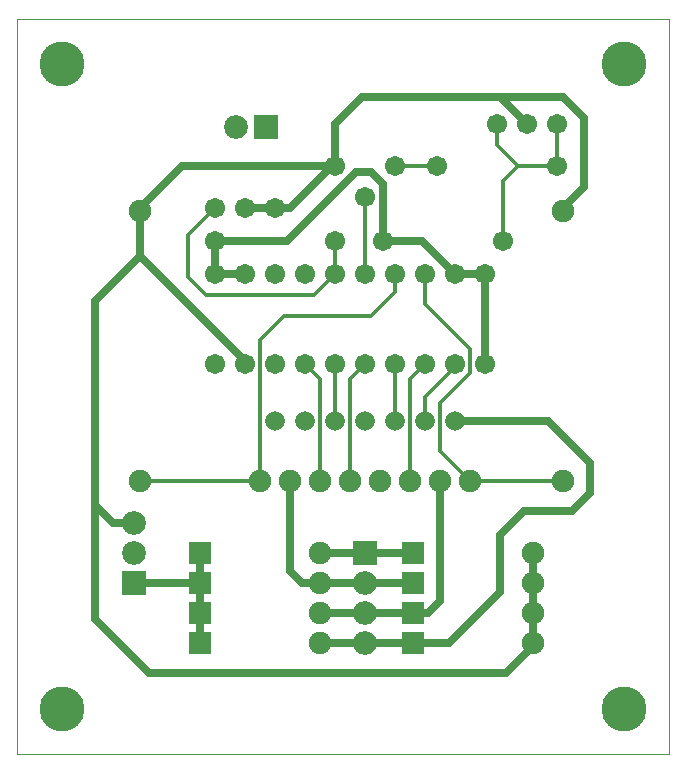
<source format=gbl>
G04 #@! TF.FileFunction,Copper,L2,Bot,Signal*
%FSLAX46Y46*%
G04 Gerber Fmt 4.6, Leading zero omitted, Abs format (unit mm)*
G04 Created by KiCad (PCBNEW 4.0.1-stable) date 11/23/16 13:41:23*
%MOMM*%
G01*
G04 APERTURE LIST*
%ADD10C,0.100000*%
%ADD11C,1.716000*%
%ADD12R,1.916000X1.916000*%
%ADD13C,1.916000*%
%ADD14R,2.016000X2.016000*%
%ADD15C,2.016000*%
%ADD16C,1.662000*%
%ADD17C,3.800000*%
%ADD18C,0.304800*%
%ADD19C,0.635000*%
G04 APERTURE END LIST*
D10*
X96520000Y-57150000D02*
X96520000Y-56515000D01*
X96520000Y-56515000D02*
X96520000Y-57150000D01*
X96520000Y-55880000D02*
X96520000Y-56515000D01*
X151765000Y-55880000D02*
X96520000Y-55880000D01*
X151765000Y-118110000D02*
X151765000Y-55880000D01*
X96520000Y-118110000D02*
X151765000Y-118110000D01*
X96520000Y-56515000D02*
X96520000Y-118110000D01*
D11*
X113284000Y-71882000D03*
X115824000Y-71882000D03*
X118364000Y-71882000D03*
D12*
X112014520Y-101089460D03*
D13*
X122174000Y-101092000D03*
D12*
X112014520Y-103629460D03*
D13*
X122174000Y-103632000D03*
D12*
X112014520Y-106169460D03*
D13*
X122174000Y-106172000D03*
D12*
X112014520Y-108709460D03*
D13*
X122174000Y-108712000D03*
D12*
X130048520Y-101089460D03*
D13*
X140208000Y-101092000D03*
D12*
X130048520Y-103629460D03*
D13*
X140208000Y-103632000D03*
D12*
X130048520Y-106169460D03*
D13*
X140208000Y-106172000D03*
D12*
X130048520Y-108709460D03*
D13*
X140208000Y-108712000D03*
D14*
X106426000Y-103632000D03*
D15*
X106426000Y-101092000D03*
X106426000Y-98552000D03*
D14*
X117602000Y-65024000D03*
D15*
X115062000Y-65024000D03*
D14*
X125984000Y-101092000D03*
D15*
X125984000Y-103632000D03*
X125984000Y-106172000D03*
X125984000Y-108712000D03*
D11*
X128524000Y-68326000D03*
X125984000Y-70993000D03*
X123444000Y-68326000D03*
X127508000Y-74676000D03*
X137668000Y-74676000D03*
X142240000Y-68326000D03*
X132080000Y-68326000D03*
X113284000Y-74676000D03*
X123444000Y-74676000D03*
D13*
X106934000Y-94996000D03*
X106934000Y-72136000D03*
X142748000Y-94996000D03*
X142748000Y-72136000D03*
D11*
X113284000Y-85090000D03*
X115824000Y-85090000D03*
X118364000Y-85090000D03*
X120904000Y-85090000D03*
X123444000Y-85090000D03*
X125984000Y-85090000D03*
X128524000Y-85090000D03*
X131064000Y-85090000D03*
X133604000Y-85090000D03*
X136144000Y-85090000D03*
X136144000Y-77470000D03*
X133604000Y-77470000D03*
X131064000Y-77470000D03*
X128524000Y-77470000D03*
X125984000Y-77470000D03*
X123444000Y-77470000D03*
X120904000Y-77470000D03*
X118364000Y-77470000D03*
X115824000Y-77470000D03*
X113284000Y-77470000D03*
D13*
X117094000Y-94996000D03*
D16*
X118364000Y-89916000D03*
D13*
X119634000Y-94996000D03*
D16*
X120904000Y-89916000D03*
D13*
X122174000Y-94996000D03*
D16*
X123444000Y-89916000D03*
D13*
X124714000Y-94996000D03*
D16*
X125984000Y-89916000D03*
D13*
X127254000Y-94996000D03*
D16*
X128524000Y-89916000D03*
D13*
X129794000Y-94996000D03*
D16*
X131064000Y-89916000D03*
D13*
X132334000Y-94996000D03*
D16*
X133604000Y-89916000D03*
D13*
X134874000Y-94996000D03*
D11*
X139700000Y-64770000D03*
X142240000Y-64770000D03*
X137160000Y-64770000D03*
D17*
X100330000Y-59690000D03*
X147955000Y-59690000D03*
X147955000Y-114300000D03*
X100330000Y-114300000D03*
D18*
X113284000Y-71882000D02*
X110998000Y-74168000D01*
X121666000Y-79248000D02*
X123444000Y-77470000D01*
X112522000Y-79248000D02*
X121666000Y-79248000D01*
X110998000Y-77724000D02*
X112522000Y-79248000D01*
X110998000Y-74168000D02*
X110998000Y-77724000D01*
X123444000Y-74676000D02*
X123444000Y-77470000D01*
D19*
X115824000Y-71882000D02*
X118364000Y-71882000D01*
X118364000Y-71882000D02*
X119634000Y-71882000D01*
X119634000Y-71882000D02*
X123190000Y-68326000D01*
X123190000Y-68326000D02*
X123444000Y-68326000D01*
X140208000Y-108712000D02*
X140208000Y-108966000D01*
X140208000Y-108966000D02*
X137922000Y-111252000D01*
X103124000Y-106680000D02*
X103124000Y-97028000D01*
X107696000Y-111252000D02*
X103124000Y-106680000D01*
X137922000Y-111252000D02*
X107696000Y-111252000D01*
X106426000Y-98552000D02*
X104648000Y-98552000D01*
X103124000Y-79756000D02*
X106934000Y-75946000D01*
X103124000Y-97028000D02*
X103124000Y-79756000D01*
X104648000Y-98552000D02*
X103124000Y-97028000D01*
X115824000Y-85090000D02*
X115824000Y-84836000D01*
X115824000Y-84836000D02*
X106934000Y-75946000D01*
X106934000Y-75946000D02*
X106934000Y-72136000D01*
X106934000Y-72136000D02*
X106934000Y-71882000D01*
X106934000Y-71882000D02*
X110490000Y-68326000D01*
X110490000Y-68326000D02*
X123444000Y-68326000D01*
X142748000Y-72136000D02*
X142748000Y-71882000D01*
X142748000Y-71882000D02*
X144526000Y-70104000D01*
X144526000Y-70104000D02*
X144526000Y-64262000D01*
X144526000Y-64262000D02*
X142748000Y-62484000D01*
X142748000Y-62484000D02*
X137414000Y-62484000D01*
X123444000Y-68326000D02*
X123444000Y-64770000D01*
X137414000Y-62484000D02*
X139700000Y-64770000D01*
X125730000Y-62484000D02*
X137414000Y-62484000D01*
X123444000Y-64770000D02*
X125730000Y-62484000D01*
X140208000Y-101092000D02*
X140208000Y-103632000D01*
X140208000Y-103632000D02*
X140208000Y-106172000D01*
X140208000Y-106172000D02*
X140208000Y-108712000D01*
X106426000Y-103632000D02*
X112011980Y-103632000D01*
X112011980Y-103632000D02*
X112014520Y-103629460D01*
X112014520Y-108709460D02*
X112014520Y-106169460D01*
X112014520Y-106169460D02*
X112014520Y-103629460D01*
X112014520Y-103629460D02*
X112014520Y-101089460D01*
X130048520Y-101089460D02*
X125986540Y-101089460D01*
X125986540Y-101089460D02*
X125984000Y-101092000D01*
X125984000Y-101092000D02*
X122174000Y-101092000D01*
X119634000Y-94996000D02*
X119634000Y-102616000D01*
X120650000Y-103632000D02*
X122174000Y-103632000D01*
X119634000Y-102616000D02*
X120650000Y-103632000D01*
X122174000Y-103632000D02*
X125984000Y-103632000D01*
X125984000Y-103632000D02*
X125986540Y-103629460D01*
X125986540Y-103629460D02*
X130048520Y-103629460D01*
X130048520Y-106169460D02*
X131320540Y-106169460D01*
X132334000Y-105156000D02*
X132334000Y-94996000D01*
X131320540Y-106169460D02*
X132334000Y-105156000D01*
X130048520Y-106169460D02*
X125986540Y-106169460D01*
X125986540Y-106169460D02*
X125984000Y-106172000D01*
X125984000Y-106172000D02*
X122174000Y-106172000D01*
X125920000Y-106000000D02*
X125922540Y-105997460D01*
X130048520Y-108709460D02*
X133098540Y-108709460D01*
X141478000Y-89916000D02*
X133604000Y-89916000D01*
X145034000Y-93472000D02*
X141478000Y-89916000D01*
X145034000Y-96012000D02*
X145034000Y-93472000D01*
X143510000Y-97536000D02*
X145034000Y-96012000D01*
X139446000Y-97536000D02*
X143510000Y-97536000D01*
X137414000Y-99568000D02*
X139446000Y-97536000D01*
X137414000Y-104394000D02*
X137414000Y-99568000D01*
X133098540Y-108709460D02*
X137414000Y-104394000D01*
X122174000Y-108712000D02*
X125984000Y-108712000D01*
X125984000Y-108712000D02*
X125986540Y-108709460D01*
X125986540Y-108709460D02*
X130048520Y-108709460D01*
X113284000Y-74676000D02*
X119380000Y-74676000D01*
X127508000Y-69850000D02*
X127508000Y-74676000D01*
X126492000Y-68834000D02*
X127508000Y-69850000D01*
X125222000Y-68834000D02*
X126492000Y-68834000D01*
X119380000Y-74676000D02*
X125222000Y-68834000D01*
X113284000Y-74676000D02*
X113284000Y-77470000D01*
X113284000Y-77470000D02*
X115824000Y-77470000D01*
X127508000Y-74676000D02*
X130810000Y-74676000D01*
X130810000Y-74676000D02*
X133604000Y-77470000D01*
X133604000Y-77470000D02*
X136144000Y-77470000D01*
X136144000Y-77470000D02*
X136144000Y-85090000D01*
D18*
X128524000Y-68326000D02*
X132080000Y-68326000D01*
X125984000Y-70993000D02*
X125984000Y-77470000D01*
X137668000Y-74676000D02*
X137668000Y-69596000D01*
X137668000Y-69596000D02*
X138938000Y-68326000D01*
X137160000Y-64770000D02*
X137160000Y-66548000D01*
X138938000Y-68326000D02*
X142240000Y-68326000D01*
X137160000Y-66548000D02*
X138938000Y-68326000D01*
X142240000Y-68326000D02*
X142240000Y-64770000D01*
X117094000Y-94996000D02*
X117094000Y-83058000D01*
X128524000Y-78994000D02*
X128524000Y-77470000D01*
X126492000Y-81026000D02*
X128524000Y-78994000D01*
X119126000Y-81026000D02*
X126492000Y-81026000D01*
X117094000Y-83058000D02*
X119126000Y-81026000D01*
X106934000Y-94996000D02*
X117094000Y-94996000D01*
X131064000Y-77470000D02*
X131064000Y-80010000D01*
X132334000Y-92456000D02*
X134874000Y-94996000D01*
X132334000Y-88392000D02*
X132334000Y-92456000D01*
X134874000Y-85852000D02*
X132334000Y-88392000D01*
X134874000Y-83820000D02*
X134874000Y-85852000D01*
X131064000Y-80010000D02*
X134874000Y-83820000D01*
X134874000Y-94996000D02*
X142748000Y-94996000D01*
X122174000Y-94996000D02*
X122174000Y-86360000D01*
X122174000Y-86360000D02*
X120904000Y-85090000D01*
X123444000Y-85090000D02*
X123444000Y-89916000D01*
X124714000Y-94996000D02*
X124714000Y-86360000D01*
X124714000Y-86360000D02*
X125984000Y-85090000D01*
X128524000Y-85090000D02*
X128524000Y-89916000D01*
X129794000Y-94996000D02*
X129794000Y-86360000D01*
X129794000Y-86360000D02*
X131064000Y-85090000D01*
X133604000Y-85090000D02*
X133604000Y-85344000D01*
X133604000Y-85344000D02*
X131064000Y-87884000D01*
X131064000Y-87884000D02*
X131064000Y-89916000D01*
M02*

</source>
